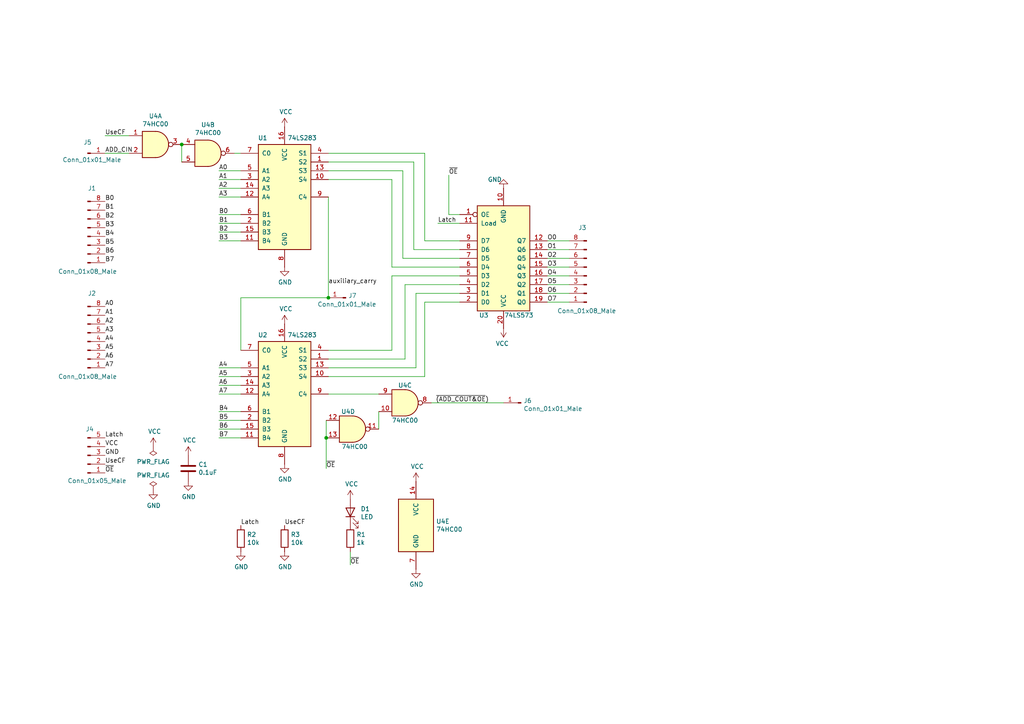
<source format=kicad_sch>
(kicad_sch (version 20250114) (generator "eeschema") (generator_version "9.0")
  (paper "A4")
  (lib_symbols
    (symbol "74xx:74HC00" (pin_names (offset 1.016))
      (property "Reference" "U" (at 0 1.27 0))
      (property "Value" "74HC00" (at 0 -1.27 0))
      (symbol "74HC00_1_1"
        (arc (start 0 3.81) (mid 3.7934 0) (end 0 -3.81) (stroke (width 0.254)) (fill (type background)))
        (polyline (pts (xy 0 3.81) (xy -3.81 3.81) (xy -3.81 -3.81) (xy 0 -3.81)) (stroke (width 0.254)) (fill (type background)))
        (pin input line (at -7.62 2.54 0) (length 3.81) (name "~") (number "1"))
        (pin input line (at -7.62 -2.54 0) (length 3.81) (name "~") (number "2"))
        (pin output inverted (at 7.62 0 180) (length 3.81) (name "~") (number "3"))
      )
      (symbol "74HC00_1_2"
        (arc (start -3.81 3.81) (mid -2.589 0) (end -3.81 -3.81) (stroke (width 0.254)))
        (polyline (pts (xy -3.81 3.81) (xy -0.635 3.81)) (stroke (width 0.254)) (fill (type background)))
        (polyline (pts (xy -3.81 -3.81) (xy -0.635 -3.81)) (stroke (width 0.254)) (fill (type background)))
        (arc (start 3.81 0) (mid 2.1855 -2.584) (end -0.6096 -3.81) (stroke (width 0.254)) (fill (type background)))
        (arc (start -0.6096 3.81) (mid 2.1928 2.5924) (end 3.81 0) (stroke (width 0.254)) (fill (type background)))
        (polyline (pts (xy -0.635 3.81) (xy -3.81 3.81) (xy -3.81 3.81) (xy -3.556 3.4036) (xy -3.0226 2.2606) (xy -2.6924 1.0414) (xy -2.6162 -0.254) (xy -2.7686 -1.4986) (xy -3.175 -2.7178) (xy -3.81 -3.81) (xy -3.81 -3.81) (xy -0.635 -3.81)) (stroke (width -25.4)) (fill (type background)))
        (pin input inverted (at -7.62 2.54 0) (length 4.318) (name "~") (number "1"))
        (pin input inverted (at -7.62 -2.54 0) (length 4.318) (name "~") (number "2"))
        (pin output line (at 7.62 0 180) (length 3.81) (name "~") (number "3"))
      )
      (symbol "74HC00_2_1"
        (arc (start 0 3.81) (mid 3.7934 0) (end 0 -3.81) (stroke (width 0.254)) (fill (type background)))
        (polyline (pts (xy 0 3.81) (xy -3.81 3.81) (xy -3.81 -3.81) (xy 0 -3.81)) (stroke (width 0.254)) (fill (type background)))
        (pin input line (at -7.62 2.54 0) (length 3.81) (name "~") (number "4"))
        (pin input line (at -7.62 -2.54 0) (length 3.81) (name "~") (number "5"))
        (pin output inverted (at 7.62 0 180) (length 3.81) (name "~") (number "6"))
      )
      (symbol "74HC00_2_2"
        (arc (start -3.81 3.81) (mid -2.589 0) (end -3.81 -3.81) (stroke (width 0.254)))
        (polyline (pts (xy -3.81 3.81) (xy -0.635 3.81)) (stroke (width 0.254)) (fill (type background)))
        (polyline (pts (xy -3.81 -3.81) (xy -0.635 -3.81)) (stroke (width 0.254)) (fill (type background)))
        (arc (start 3.81 0) (mid 2.1855 -2.584) (end -0.6096 -3.81) (stroke (width 0.254)) (fill (type background)))
        (arc (start -0.6096 3.81) (mid 2.1928 2.5924) (end 3.81 0) (stroke (width 0.254)) (fill (type background)))
        (polyline (pts (xy -0.635 3.81) (xy -3.81 3.81) (xy -3.81 3.81) (xy -3.556 3.4036) (xy -3.0226 2.2606) (xy -2.6924 1.0414) (xy -2.6162 -0.254) (xy -2.7686 -1.4986) (xy -3.175 -2.7178) (xy -3.81 -3.81) (xy -3.81 -3.81) (xy -0.635 -3.81)) (stroke (width -25.4)) (fill (type background)))
        (pin input inverted (at -7.62 2.54 0) (length 4.318) (name "~") (number "4"))
        (pin input inverted (at -7.62 -2.54 0) (length 4.318) (name "~") (number "5"))
        (pin output line (at 7.62 0 180) (length 3.81) (name "~") (number "6"))
      )
      (symbol "74HC00_3_1"
        (arc (start 0 3.81) (mid 3.7934 0) (end 0 -3.81) (stroke (width 0.254)) (fill (type background)))
        (polyline (pts (xy 0 3.81) (xy -3.81 3.81) (xy -3.81 -3.81) (xy 0 -3.81)) (stroke (width 0.254)) (fill (type background)))
        (pin input line (at -7.62 2.54 0) (length 3.81) (name "~") (number "9"))
        (pin input line (at -7.62 -2.54 0) (length 3.81) (name "~") (number "10"))
        (pin output inverted (at 7.62 0 180) (length 3.81) (name "~") (number "8"))
      )
      (symbol "74HC00_3_2"
        (arc (start -3.81 3.81) (mid -2.589 0) (end -3.81 -3.81) (stroke (width 0.254)))
        (polyline (pts (xy -3.81 3.81) (xy -0.635 3.81)) (stroke (width 0.254)) (fill (type background)))
        (polyline (pts (xy -3.81 -3.81) (xy -0.635 -3.81)) (stroke (width 0.254)) (fill (type background)))
        (arc (start 3.81 0) (mid 2.1855 -2.584) (end -0.6096 -3.81) (stroke (width 0.254)) (fill (type background)))
        (arc (start -0.6096 3.81) (mid 2.1928 2.5924) (end 3.81 0) (stroke (width 0.254)) (fill (type background)))
        (polyline (pts (xy -0.635 3.81) (xy -3.81 3.81) (xy -3.81 3.81) (xy -3.556 3.4036) (xy -3.0226 2.2606) (xy -2.6924 1.0414) (xy -2.6162 -0.254) (xy -2.7686 -1.4986) (xy -3.175 -2.7178) (xy -3.81 -3.81) (xy -3.81 -3.81) (xy -0.635 -3.81)) (stroke (width -25.4)) (fill (type background)))
        (pin input inverted (at -7.62 2.54 0) (length 4.318) (name "~") (number "9"))
        (pin input inverted (at -7.62 -2.54 0) (length 4.318) (name "~") (number "10"))
        (pin output line (at 7.62 0 180) (length 3.81) (name "~") (number "8"))
      )
      (symbol "74HC00_4_1"
        (arc (start 0 3.81) (mid 3.7934 0) (end 0 -3.81) (stroke (width 0.254)) (fill (type background)))
        (polyline (pts (xy 0 3.81) (xy -3.81 3.81) (xy -3.81 -3.81) (xy 0 -3.81)) (stroke (width 0.254)) (fill (type background)))
        (pin input line (at -7.62 2.54 0) (length 3.81) (name "~") (number "12"))
        (pin input line (at -7.62 -2.54 0) (length 3.81) (name "~") (number "13"))
        (pin output inverted (at 7.62 0 180) (length 3.81) (name "~") (number "11"))
      )
      (symbol "74HC00_4_2"
        (arc (start -3.81 3.81) (mid -2.589 0) (end -3.81 -3.81) (stroke (width 0.254)))
        (polyline (pts (xy -3.81 3.81) (xy -0.635 3.81)) (stroke (width 0.254)) (fill (type background)))
        (polyline (pts (xy -3.81 -3.81) (xy -0.635 -3.81)) (stroke (width 0.254)) (fill (type background)))
        (arc (start 3.81 0) (mid 2.1855 -2.584) (end -0.6096 -3.81) (stroke (width 0.254)) (fill (type background)))
        (arc (start -0.6096 3.81) (mid 2.1928 2.5924) (end 3.81 0) (stroke (width 0.254)) (fill (type background)))
        (polyline (pts (xy -0.635 3.81) (xy -3.81 3.81) (xy -3.81 3.81) (xy -3.556 3.4036) (xy -3.0226 2.2606) (xy -2.6924 1.0414) (xy -2.6162 -0.254) (xy -2.7686 -1.4986) (xy -3.175 -2.7178) (xy -3.81 -3.81) (xy -3.81 -3.81) (xy -0.635 -3.81)) (stroke (width -25.4)) (fill (type background)))
        (pin input inverted (at -7.62 2.54 0) (length 4.318) (name "~") (number "12"))
        (pin input inverted (at -7.62 -2.54 0) (length 4.318) (name "~") (number "13"))
        (pin output line (at 7.62 0 180) (length 3.81) (name "~") (number "11"))
      )
      (symbol "74HC00_5_0"
        (pin power_in line (at 0 12.7 270) (length 5.08) (name "VCC") (number "14"))
        (pin power_in line (at 0 -12.7 90) (length 5.08) (name "GND") (number "7"))
      )
      (symbol "74HC00_5_1"
        (rectangle (start -5.08 7.62) (end 5.08 -7.62) (stroke (width 0.254)) (fill (type background)))
      )
    )
    (symbol "74xx:74LS283" (pin_names (offset 1.016))
      (property "Reference" "U" (at -7.62 16.51 0))
      (property "Value" "74LS283" (at -7.62 -16.51 0))
      (symbol "74LS283_1_0"
        (pin input line (at -12.7 12.7 0) (length 5.08) (name "C0") (number "7"))
        (pin input line (at -12.7 7.62 0) (length 5.08) (name "A1") (number "5"))
        (pin input line (at -12.7 5.08 0) (length 5.08) (name "A2") (number "3"))
        (pin input line (at -12.7 2.54 0) (length 5.08) (name "A3") (number "14"))
        (pin input line (at -12.7 0 0) (length 5.08) (name "A4") (number "12"))
        (pin input line (at -12.7 -5.08 0) (length 5.08) (name "B1") (number "6"))
        (pin input line (at -12.7 -7.62 0) (length 5.08) (name "B2") (number "2"))
        (pin input line (at -12.7 -10.16 0) (length 5.08) (name "B3") (number "15"))
        (pin input line (at -12.7 -12.7 0) (length 5.08) (name "B4") (number "11"))
        (pin power_in line (at 0 20.32 270) (length 5.08) (name "VCC") (number "16"))
        (pin power_in line (at 0 -20.32 90) (length 5.08) (name "GND") (number "8"))
        (pin output line (at 12.7 12.7 180) (length 5.08) (name "S1") (number "4"))
        (pin output line (at 12.7 10.16 180) (length 5.08) (name "S2") (number "1"))
        (pin output line (at 12.7 7.62 180) (length 5.08) (name "S3") (number "13"))
        (pin output line (at 12.7 5.08 180) (length 5.08) (name "S4") (number "10"))
        (pin output line (at 12.7 0 180) (length 5.08) (name "C4") (number "9"))
      )
      (symbol "74LS283_1_1"
        (rectangle (start -7.62 15.24) (end 7.62 -15.24) (stroke (width 0.254)) (fill (type background)))
      )
    )
    (symbol "74xx:74LS573" (pin_names (offset 1.016))
      (property "Reference" "U" (at -7.62 16.51 0))
      (property "Value" "74LS573" (at -7.62 -16.51 0))
      (symbol "74LS573_1_0"
        (pin input line (at -12.7 12.7 0) (length 5.08) (name "D0") (number "2"))
        (pin input line (at -12.7 10.16 0) (length 5.08) (name "D1") (number "3"))
        (pin input line (at -12.7 7.62 0) (length 5.08) (name "D2") (number "4"))
        (pin input line (at -12.7 5.08 0) (length 5.08) (name "D3") (number "5"))
        (pin input line (at -12.7 2.54 0) (length 5.08) (name "D4") (number "6"))
        (pin input line (at -12.7 0 0) (length 5.08) (name "D5") (number "7"))
        (pin input line (at -12.7 -2.54 0) (length 5.08) (name "D6") (number "8"))
        (pin input line (at -12.7 -5.08 0) (length 5.08) (name "D7") (number "9"))
        (pin input line (at -12.7 -10.16 0) (length 5.08) (name "Load") (number "11"))
        (pin input inverted (at -12.7 -12.7 0) (length 5.08) (name "OE") (number "1"))
        (pin power_in line (at 0 20.32 270) (length 5.08) (name "VCC") (number "20"))
        (pin power_in line (at 0 -20.32 90) (length 5.08) (name "GND") (number "10"))
        (pin tri_state line (at 12.7 12.7 180) (length 5.08) (name "Q0") (number "19"))
        (pin tri_state line (at 12.7 10.16 180) (length 5.08) (name "Q1") (number "18"))
        (pin tri_state line (at 12.7 7.62 180) (length 5.08) (name "Q2") (number "17"))
        (pin tri_state line (at 12.7 5.08 180) (length 5.08) (name "Q3") (number "16"))
        (pin tri_state line (at 12.7 2.54 180) (length 5.08) (name "Q4") (number "15"))
        (pin tri_state line (at 12.7 0 180) (length 5.08) (name "Q5") (number "14"))
        (pin tri_state line (at 12.7 -2.54 180) (length 5.08) (name "Q6") (number "13"))
        (pin tri_state line (at 12.7 -5.08 180) (length 5.08) (name "Q7") (number "12"))
      )
      (symbol "74LS573_1_1"
        (rectangle (start -7.62 15.24) (end 7.62 -15.24) (stroke (width 0.254)) (fill (type background)))
      )
    )
    (symbol "Connector:Conn_01x01_Male" (pin_names (offset 1.016) (hide yes))
      (property "Reference" "J" (at 0 2.54 0))
      (property "Value" "Connector_Conn_01x01_Male" (at 0 -2.54 0))
      (symbol "Conn_01x01_Male_1_1"
        (rectangle (start 0.8636 0.127) (end 0 -0.127) (stroke (width 0.1524)) (fill (type outline)))
        (polyline (pts (xy 1.27 0) (xy 0.8636 0)) (stroke (width 0.1524)))
        (pin passive line (at 5.08 0 180) (length 3.81) (name "Pin_1") (number "1"))
      )
    )
    (symbol "Connector:Conn_01x05_Male" (pin_names (offset 1.016) (hide yes))
      (property "Reference" "J" (at 0 7.62 0))
      (property "Value" "Connector_Conn_01x05_Male" (at 0 -7.62 0))
      (symbol "Conn_01x05_Male_1_1"
        (rectangle (start 0.8636 5.207) (end 0 4.953) (stroke (width 0.1524)) (fill (type outline)))
        (rectangle (start 0.8636 2.667) (end 0 2.413) (stroke (width 0.1524)) (fill (type outline)))
        (rectangle (start 0.8636 0.127) (end 0 -0.127) (stroke (width 0.1524)) (fill (type outline)))
        (rectangle (start 0.8636 -2.413) (end 0 -2.667) (stroke (width 0.1524)) (fill (type outline)))
        (rectangle (start 0.8636 -4.953) (end 0 -5.207) (stroke (width 0.1524)) (fill (type outline)))
        (polyline (pts (xy 1.27 5.08) (xy 0.8636 5.08)) (stroke (width 0.1524)))
        (polyline (pts (xy 1.27 2.54) (xy 0.8636 2.54)) (stroke (width 0.1524)))
        (polyline (pts (xy 1.27 0) (xy 0.8636 0)) (stroke (width 0.1524)))
        (polyline (pts (xy 1.27 -2.54) (xy 0.8636 -2.54)) (stroke (width 0.1524)))
        (polyline (pts (xy 1.27 -5.08) (xy 0.8636 -5.08)) (stroke (width 0.1524)))
        (pin passive line (at 5.08 5.08 180) (length 3.81) (name "Pin_1") (number "1"))
        (pin passive line (at 5.08 2.54 180) (length 3.81) (name "Pin_2") (number "2"))
        (pin passive line (at 5.08 0 180) (length 3.81) (name "Pin_3") (number "3"))
        (pin passive line (at 5.08 -2.54 180) (length 3.81) (name "Pin_4") (number "4"))
        (pin passive line (at 5.08 -5.08 180) (length 3.81) (name "Pin_5") (number "5"))
      )
    )
    (symbol "Connector:Conn_01x08_Male" (pin_names (offset 1.016) (hide yes))
      (property "Reference" "J" (at 0 10.16 0))
      (property "Value" "Connector_Conn_01x08_Male" (at 0 -12.7 0))
      (symbol "Conn_01x08_Male_1_1"
        (rectangle (start 0.8636 7.747) (end 0 7.493) (stroke (width 0.1524)) (fill (type outline)))
        (rectangle (start 0.8636 5.207) (end 0 4.953) (stroke (width 0.1524)) (fill (type outline)))
        (rectangle (start 0.8636 2.667) (end 0 2.413) (stroke (width 0.1524)) (fill (type outline)))
        (rectangle (start 0.8636 0.127) (end 0 -0.127) (stroke (width 0.1524)) (fill (type outline)))
        (rectangle (start 0.8636 -2.413) (end 0 -2.667) (stroke (width 0.1524)) (fill (type outline)))
        (rectangle (start 0.8636 -4.953) (end 0 -5.207) (stroke (width 0.1524)) (fill (type outline)))
        (rectangle (start 0.8636 -7.493) (end 0 -7.747) (stroke (width 0.1524)) (fill (type outline)))
        (rectangle (start 0.8636 -10.033) (end 0 -10.287) (stroke (width 0.1524)) (fill (type outline)))
        (polyline (pts (xy 1.27 7.62) (xy 0.8636 7.62)) (stroke (width 0.1524)))
        (polyline (pts (xy 1.27 5.08) (xy 0.8636 5.08)) (stroke (width 0.1524)))
        (polyline (pts (xy 1.27 2.54) (xy 0.8636 2.54)) (stroke (width 0.1524)))
        (polyline (pts (xy 1.27 0) (xy 0.8636 0)) (stroke (width 0.1524)))
        (polyline (pts (xy 1.27 -2.54) (xy 0.8636 -2.54)) (stroke (width 0.1524)))
        (polyline (pts (xy 1.27 -5.08) (xy 0.8636 -5.08)) (stroke (width 0.1524)))
        (polyline (pts (xy 1.27 -7.62) (xy 0.8636 -7.62)) (stroke (width 0.1524)))
        (polyline (pts (xy 1.27 -10.16) (xy 0.8636 -10.16)) (stroke (width 0.1524)))
        (pin passive line (at 5.08 7.62 180) (length 3.81) (name "Pin_1") (number "1"))
        (pin passive line (at 5.08 5.08 180) (length 3.81) (name "Pin_2") (number "2"))
        (pin passive line (at 5.08 2.54 180) (length 3.81) (name "Pin_3") (number "3"))
        (pin passive line (at 5.08 0 180) (length 3.81) (name "Pin_4") (number "4"))
        (pin passive line (at 5.08 -2.54 180) (length 3.81) (name "Pin_5") (number "5"))
        (pin passive line (at 5.08 -5.08 180) (length 3.81) (name "Pin_6") (number "6"))
        (pin passive line (at 5.08 -7.62 180) (length 3.81) (name "Pin_7") (number "7"))
        (pin passive line (at 5.08 -10.16 180) (length 3.81) (name "Pin_8") (number "8"))
      )
    )
    (symbol "Device:C" (pin_numbers (hide yes)) (pin_names (offset 0.254))
      (property "Reference" "C" (at 0.635 2.54 0))
      (property "Value" "C" (at 0.635 -2.54 0))
      (symbol "C_0_1"
        (polyline (pts (xy -2.032 0.762) (xy 2.032 0.762)) (stroke (width 0.508)))
        (polyline (pts (xy -2.032 -0.762) (xy 2.032 -0.762)) (stroke (width 0.508)))
      )
      (symbol "C_1_1"
        (pin passive line (at 0 3.81 270) (length 2.794) (name "~") (number "1"))
        (pin passive line (at 0 -3.81 90) (length 2.794) (name "~") (number "2"))
      )
    )
    (symbol "Device:LED" (pin_numbers (hide yes)) (pin_names (offset 1.016) (hide yes))
      (property "Reference" "D" (at 0 2.54 0))
      (property "Value" "LED" (at 0 -2.54 0))
      (symbol "LED_0_1"
        (polyline (pts (xy -3.048 -0.762) (xy -4.572 -2.286) (xy -3.81 -2.286) (xy -4.572 -2.286) (xy -4.572 -1.524)))
        (polyline (pts (xy -1.778 -0.762) (xy -3.302 -2.286) (xy -2.54 -2.286) (xy -3.302 -2.286) (xy -3.302 -1.524)))
        (polyline (pts (xy -1.27 0) (xy 1.27 0)))
        (polyline (pts (xy -1.27 -1.27) (xy -1.27 1.27)) (stroke (width 0.254)))
        (polyline (pts (xy 1.27 -1.27) (xy 1.27 1.27) (xy -1.27 0) (xy 1.27 -1.27)) (stroke (width 0.254)))
      )
      (symbol "LED_1_1"
        (pin passive line (at -3.81 0 0) (length 2.54) (name "K") (number "1"))
        (pin passive line (at 3.81 0 180) (length 2.54) (name "A") (number "2"))
      )
    )
    (symbol "Device:R" (pin_numbers (hide yes)) (pin_names (offset 0))
      (property "Reference" "R" (at 2.032 0 90))
      (property "Value" "R" (at 0 0 90))
      (symbol "R_0_1"
        (rectangle (start -1.016 -2.54) (end 1.016 2.54) (stroke (width 0.254)))
      )
      (symbol "R_1_1"
        (pin passive line (at 0 3.81 270) (length 1.27) (name "~") (number "1"))
        (pin passive line (at 0 -3.81 90) (length 1.27) (name "~") (number "2"))
      )
    )
    (symbol "power:GND" (power) (pin_numbers (hide yes)) (pin_names (offset 0) (hide yes))
      (property "Value" "GND" (at 0 -3.81 0))
      (symbol "GND_0_1"
        (polyline (pts (xy 0 0) (xy 0 -1.27) (xy 1.27 -1.27) (xy 0 -2.54) (xy -1.27 -1.27) (xy 0 -1.27)))
      )
      (symbol "GND_1_1"
        (pin power_in line (at 0 0 270) (length 0) (name "~") (number "1"))
      )
    )
    (symbol "power:PWR_FLAG" (power) (pin_numbers (hide yes)) (pin_names (offset 0) (hide yes))
      (property "Value" "PWR_FLAG" (at 0 3.81 0))
      (symbol "PWR_FLAG_0_0"
        (pin power_out line (at 0 0 90) (length 0) (name "~") (number "1"))
      )
      (symbol "PWR_FLAG_0_1"
        (polyline (pts (xy 0 0) (xy 0 1.27) (xy -1.016 1.905) (xy 0 2.54) (xy 1.016 1.905) (xy 0 1.27)))
      )
    )
    (symbol "power:VCC" (power) (pin_numbers (hide yes)) (pin_names (offset 0) (hide yes))
      (property "Value" "VCC" (at 0 3.556 0))
      (symbol "VCC_0_1"
        (polyline (pts (xy -0.762 1.27) (xy 0 2.54)))
        (polyline (pts (xy 0 2.54) (xy 0.762 1.27)))
        (polyline (pts (xy 0 0) (xy 0 2.54)))
      )
      (symbol "VCC_1_1"
        (pin power_in line (at 0 0 90) (length 0) (name "~") (number "1"))
      )
    )
  )
  (junction (at 52.705 41.91))
  (junction (at 94.615 127))
  (junction (at 95.25 86.36))
  (wire (pts (xy 95.25 52.07) (xy 113.665 52.07)))
  (wire (pts (xy 116.84 74.93) (xy 133.35 74.93)))
  (wire (pts (xy 95.25 104.14) (xy 117.475 104.14)))
  (wire (pts (xy 158.75 69.85) (xy 165.1 69.85)))
  (wire (pts (xy 120.015 46.99) (xy 120.015 72.39)))
  (wire (pts (xy 123.19 109.22) (xy 123.19 87.63)))
  (wire (pts (xy 113.665 77.47) (xy 133.35 77.47)))
  (wire (pts (xy 30.48 39.37) (xy 37.465 39.37)))
  (wire (pts (xy 69.85 86.36) (xy 69.85 101.6)))
  (wire (pts (xy 158.75 85.09) (xy 165.1 85.09)))
  (wire (pts (xy 63.5 121.92) (xy 69.85 121.92)))
  (wire (pts (xy 158.75 72.39) (xy 165.1 72.39)))
  (wire (pts (xy 63.5 111.76) (xy 69.85 111.76)))
  (wire (pts (xy 116.84 49.53) (xy 116.84 74.93)))
  (wire (pts (xy 158.75 74.93) (xy 165.1 74.93)))
  (wire (pts (xy 95.25 44.45) (xy 123.19 44.45)))
  (wire (pts (xy 158.75 77.47) (xy 165.1 77.47)))
  (wire (pts (xy 117.475 82.55) (xy 133.35 82.55)))
  (wire (pts (xy 158.75 82.55) (xy 165.1 82.55)))
  (wire (pts (xy 123.19 44.45) (xy 123.19 69.85)))
  (wire (pts (xy 120.015 72.39) (xy 133.35 72.39)))
  (wire (pts (xy 63.5 62.23) (xy 69.85 62.23)))
  (wire (pts (xy 130.175 62.23) (xy 133.35 62.23)))
  (wire (pts (xy 63.5 119.38) (xy 69.85 119.38)))
  (wire (pts (xy 63.5 106.68) (xy 69.85 106.68)))
  (wire (pts (xy 127 64.77) (xy 133.35 64.77)))
  (wire (pts (xy 109.855 119.38) (xy 109.855 124.46)))
  (wire (pts (xy 158.75 87.63) (xy 165.1 87.63)))
  (wire (pts (xy 67.945 44.45) (xy 69.85 44.45)))
  (wire (pts (xy 123.19 69.85) (xy 133.35 69.85)))
  (wire (pts (xy 95.25 101.6) (xy 113.665 101.6)))
  (wire (pts (xy 113.665 80.01) (xy 133.35 80.01)))
  (wire (pts (xy 101.6 160.02) (xy 101.6 163.83)))
  (wire (pts (xy 94.615 121.92) (xy 94.615 127)))
  (wire (pts (xy 63.5 54.61) (xy 69.85 54.61)))
  (wire (pts (xy 63.5 69.85) (xy 69.85 69.85)))
  (wire (pts (xy 120.65 85.09) (xy 133.35 85.09)))
  (wire (pts (xy 63.5 109.22) (xy 69.85 109.22)))
  (wire (pts (xy 95.25 49.53) (xy 116.84 49.53)))
  (wire (pts (xy 95.25 109.22) (xy 123.19 109.22)))
  (wire (pts (xy 120.65 106.68) (xy 120.65 85.09)))
  (wire (pts (xy 113.665 52.07) (xy 113.665 77.47)))
  (wire (pts (xy 117.475 104.14) (xy 117.475 82.55)))
  (wire (pts (xy 113.665 101.6) (xy 113.665 80.01)))
  (wire (pts (xy 158.75 80.01) (xy 165.1 80.01)))
  (wire (pts (xy 63.5 114.3) (xy 69.85 114.3)))
  (wire (pts (xy 123.19 87.63) (xy 133.35 87.63)))
  (wire (pts (xy 95.25 114.3) (xy 109.855 114.3)))
  (wire (pts (xy 63.5 127) (xy 69.85 127)))
  (wire (pts (xy 63.5 49.53) (xy 69.85 49.53)))
  (wire (pts (xy 30.48 44.45) (xy 37.465 44.45)))
  (wire (pts (xy 95.25 57.15) (xy 95.25 86.36)))
  (wire (pts (xy 94.615 127) (xy 94.615 135.89)))
  (wire (pts (xy 95.25 46.99) (xy 120.015 46.99)))
  (wire (pts (xy 52.705 46.99) (xy 52.705 41.91)))
  (wire (pts (xy 63.5 124.46) (xy 69.85 124.46)))
  (wire (pts (xy 63.5 67.31) (xy 69.85 67.31)))
  (wire (pts (xy 63.5 64.77) (xy 69.85 64.77)))
  (wire (pts (xy 130.175 50.8) (xy 130.175 62.23)))
  (wire (pts (xy 95.25 106.68) (xy 120.65 106.68)))
  (wire (pts (xy 125.095 116.84) (xy 146.05 116.84)))
  (wire (pts (xy 63.5 52.07) (xy 69.85 52.07)))
  (wire (pts (xy 63.5 57.15) (xy 69.85 57.15)))
  (wire (pts (xy 95.25 86.36) (xy 69.85 86.36)))
  (label "B4" (at 30.48 68.58 0))
  (label "~{OE}" (at 101.6 163.83 0))
  (label "~{OE}" (at 94.615 135.89 0))
  (label "B6" (at 63.5 124.46 0))
  (label "A2" (at 30.48 93.98 0))
  (label "VCC" (at 30.48 129.54 0))
  (label "UseCF" (at 30.48 39.37 0))
  (label "A1" (at 30.48 91.44 0))
  (label "A4" (at 30.48 99.06 0))
  (label "O0" (at 158.75 69.85 0))
  (label "B7" (at 63.5 127 0))
  (label "B0" (at 63.5 62.23 0))
  (label "B4" (at 63.5 119.38 0))
  (label "B1" (at 30.48 60.96 0))
  (label "B5" (at 63.5 121.92 0))
  (label "Latch" (at 30.48 127 0))
  (label "Latch" (at 69.85 152.4 0))
  (label "O7" (at 158.75 87.63 0))
  (label "A7" (at 63.5 114.3 0))
  (label "A3" (at 63.5 57.15 0))
  (label "A0" (at 63.5 49.53 0))
  (label "B2" (at 30.48 63.5 0))
  (label "auxiliary_carry" (at 95.25 82.55 0))
  (label "GND" (at 30.48 132.08 0))
  (label "~{(ADD_COUT&OE})" (at 126.365 116.84 0))
  (label "UseCF" (at 82.55 152.4 0))
  (label "B6" (at 30.48 73.66 0))
  (label "B2" (at 63.5 67.31 0))
  (label "O6" (at 158.75 85.09 0))
  (label "Latch" (at 127 64.77 0))
  (label "A6" (at 63.5 111.76 0))
  (label "B5" (at 30.48 71.12 0))
  (label "O5" (at 158.75 82.55 0))
  (label "UseCF" (at 30.48 134.62 0))
  (label "ADD_CIN" (at 30.48 44.45 0))
  (label "B0" (at 30.48 58.42 0))
  (label "A5" (at 30.48 101.6 0))
  (label "O1" (at 158.75 72.39 0))
  (label "B3" (at 63.5 69.85 0))
  (label "A6" (at 30.48 104.14 0))
  (label "A4" (at 63.5 106.68 0))
  (label "A7" (at 30.48 106.68 0))
  (label "A2" (at 63.5 54.61 0))
  (label "O4" (at 158.75 80.01 0))
  (label "~{OE}" (at 30.48 137.16 0))
  (label "B1" (at 63.5 64.77 0))
  (label "B3" (at 30.48 66.04 0))
  (label "A1" (at 63.5 52.07 0))
  (label "B7" (at 30.48 76.2 0))
  (label "~{OE}" (at 130.175 50.8 0))
  (label "O2" (at 158.75 74.93 0))
  (label "A3" (at 30.48 96.52 0))
  (label "A0" (at 30.48 88.9 0))
  (label "A5" (at 63.5 109.22 0))
  (label "O3" (at 158.75 77.47 0))
  (symbol (lib_id "74xx:74LS283") (at 82.55 57.15 0) (unit 1)
    (property "Reference" "U1" (at 76.2 40.005 0))
    (property "Value" "74LS283" (at 87.63 40.005 0))
    (property "Footprint" "Package_DIP:DIP-16_W7.62mm" (effects (hide yes)))
    (property "Datasheet" "http://www.ti.com/lit/gpn/sn74LS283" (effects (hide yes)))
  )
  (symbol (lib_id "74xx:74LS283") (at 82.55 114.3 0) (unit 1)
    (property "Reference" "U2" (at 76.2 97.155 0))
    (property "Value" "74LS283" (at 87.63 97.155 0))
    (property "Footprint" "Package_DIP:DIP-16_W7.62mm" (effects (hide yes)))
    (property "Datasheet" "http://www.ti.com/lit/gpn/sn74LS283" (effects (hide yes)))
  )
  (symbol (lib_id "Connector:Conn_01x08_Male") (at 25.4 68.58 0) (mirror x) (unit 1)
    (property "Reference" "J1" (at 26.67 54.61 0))
    (property "Value" "Conn_01x08_Male" (at 25.4 78.74 0))
    (property "Footprint" "Connector_PinHeader_2.54mm:PinHeader_1x08_P2.54mm_Horizontal" (effects (hide yes)))
  )
  (symbol (lib_id "Connector:Conn_01x08_Male") (at 170.18 80.01 180) (unit 1)
    (property "Reference" "J3" (at 168.91 66.04 0))
    (property "Value" "Conn_01x08_Male" (at 170.18 90.17 0))
    (property "Footprint" "Connector_PinHeader_2.54mm:PinHeader_1x08_P2.54mm_Horizontal" (effects (hide yes)))
  )
  (symbol (lib_id "Connector:Conn_01x08_Male") (at 25.4 99.06 0) (mirror x) (unit 1)
    (property "Reference" "J2" (at 26.67 85.09 0))
    (property "Value" "Conn_01x08_Male" (at 25.4 109.22 0))
    (property "Footprint" "Connector_PinHeader_2.54mm:PinHeader_1x08_P2.54mm_Horizontal" (effects (hide yes)))
  )
  (symbol (lib_id "74xx:74LS573") (at 146.05 74.93 0) (mirror x) (unit 1)
    (property "Reference" "U3" (at 140.335 91.44 0))
    (property "Value" "74LS573" (at 150.495 91.44 0))
    (property "Footprint" "Package_DIP:DIP-20_W7.62mm" (effects (hide yes)))
    (property "Datasheet" "74xx/74hc573.pdf" (effects (hide yes)))
  )
  (symbol (lib_id "Connector:Conn_01x05_Male") (at 25.4 132.08 0) (mirror x) (unit 1)
    (property "Reference" "J4" (at 26.035 124.46 0))
    (property "Value" "Conn_01x05_Male" (at 28.1432 139.446 0))
    (property "Footprint" "Connector_PinHeader_2.54mm:PinHeader_1x05_P2.54mm_Horizontal" (effects (hide yes)))
  )
  (symbol (lib_id "power:GND") (at 82.55 134.62 0) (unit 1)
    (property "Reference" "#PWR0101" (effects (hide yes)))
    (property "Value" "GND" (at 82.677 139.0142 0))
  )
  (symbol (lib_id "power:VCC") (at 82.55 93.98 0) (unit 1)
    (property "Reference" "#PWR0102" (effects (hide yes)))
    (property "Value" "VCC" (at 82.931 89.5858 0))
  )
  (symbol (lib_id "Connector:Conn_01x01_Male") (at 25.4 44.45 0) (unit 1)
    (property "Reference" "J5" (at 25.4 41.275 0))
    (property "Value" "Conn_01x01_Male" (at 26.67 46.355 0))
    (property "Footprint" "Connector_PinHeader_2.54mm:PinHeader_1x01_P2.54mm_Vertical" (effects (hide yes)))
  )
  (symbol (lib_id "Connector:Conn_01x01_Male") (at 151.13 116.84 0) (mirror y) (unit 1)
    (property "Reference" "J6" (at 151.8412 116.2304 0) (effects (justify right)))
    (property "Value" "Conn_01x01_Male" (at 151.8412 118.5418 0) (effects (justify right)))
    (property "Footprint" "Connector_PinHeader_2.54mm:PinHeader_1x01_P2.54mm_Vertical" (effects (hide yes)))
  )
  (symbol (lib_id "power:GND") (at 146.05 54.61 180) (unit 1)
    (property "Reference" "#PWR04" (effects (hide yes)))
    (property "Value" "GND" (at 143.51 52.07 0))
  )
  (symbol (lib_id "power:GND") (at 82.55 77.47 0) (unit 1)
    (property "Reference" "#PWR03" (effects (hide yes)))
    (property "Value" "GND" (at 82.677 81.8642 0))
  )
  (symbol (lib_id "power:VCC") (at 82.55 36.83 0) (unit 1)
    (property "Reference" "#PWR01" (effects (hide yes)))
    (property "Value" "VCC" (at 82.931 32.4358 0))
  )
  (symbol (lib_id "power:VCC") (at 146.05 95.25 180) (unit 1)
    (property "Reference" "#PWR02" (effects (hide yes)))
    (property "Value" "VCC" (at 145.669 99.6442 0))
  )
  (symbol (lib_id "power:VCC") (at 44.45 129.54 0) (unit 1)
    (property "Reference" "#PWR0103" (effects (hide yes)))
    (property "Value" "VCC" (at 44.831 125.1458 0))
  )
  (symbol (lib_id "power:GND") (at 44.45 142.24 0) (unit 1)
    (property "Reference" "#PWR0104" (effects (hide yes)))
    (property "Value" "GND" (at 44.577 146.6342 0))
  )
  (symbol (lib_id "power:PWR_FLAG") (at 44.45 142.24 0) (unit 1)
    (property "Reference" "#FLG0101" (effects (hide yes)))
    (property "Value" "PWR_FLAG" (at 44.45 137.8458 0))
  )
  (symbol (lib_id "power:PWR_FLAG") (at 44.45 129.54 180) (unit 1)
    (property "Reference" "#FLG0102" (effects (hide yes)))
    (property "Value" "PWR_FLAG" (at 44.45 133.9342 0))
  )
  (symbol (lib_id "Device:C") (at 54.61 135.89 0) (unit 1)
    (property "Reference" "C1" (at 57.531 134.7216 0) (effects (justify left)))
    (property "Value" "0.1uF" (at 57.531 137.033 0) (effects (justify left)))
    (property "Footprint" "Capacitor_SMD:C_0805_2012Metric_Pad1.18x1.45mm_HandSolder" (effects (hide yes)))
  )
  (symbol (lib_id "power:GND") (at 54.61 139.7 0) (unit 1)
    (property "Reference" "#PWR0105" (effects (hide yes)))
    (property "Value" "GND" (at 54.737 144.0942 0))
  )
  (symbol (lib_id "power:VCC") (at 54.61 132.08 0) (unit 1)
    (property "Reference" "#PWR0106" (effects (hide yes)))
    (property "Value" "VCC" (at 54.991 127.6858 0))
  )
  (symbol (lib_id "Device:R") (at 101.6 156.21 0) (unit 1)
    (property "Reference" "R1" (at 103.378 155.0416 0) (effects (justify left)))
    (property "Value" "1k" (at 103.378 157.353 0) (effects (justify left)))
    (property "Footprint" "Resistor_SMD:R_0805_2012Metric_Pad1.20x1.40mm_HandSolder" (effects (hide yes)))
  )
  (symbol (lib_id "Device:LED") (at 101.6 148.59 90) (unit 1)
    (property "Reference" "D1" (at 104.5972 147.5994 90) (effects (justify right)))
    (property "Value" "LED" (at 104.5972 149.9108 90) (effects (justify right)))
    (property "Footprint" "LED_SMD:LED_0805_2012Metric_Pad1.15x1.40mm_HandSolder" (effects (hide yes)))
  )
  (symbol (lib_id "power:VCC") (at 101.6 144.78 0) (unit 1)
    (property "Reference" "#PWR05" (effects (hide yes)))
    (property "Value" "VCC" (at 101.981 140.3858 0))
  )
  (symbol (lib_id "Device:R") (at 69.85 156.21 0) (unit 1)
    (property "Reference" "R2" (at 71.628 155.0416 0) (effects (justify left)))
    (property "Value" "10k" (at 71.628 157.353 0) (effects (justify left)))
    (property "Footprint" "Resistor_SMD:R_0805_2012Metric_Pad1.20x1.40mm_HandSolder" (effects (hide yes)))
  )
  (symbol (lib_id "Device:R") (at 82.55 156.21 0) (unit 1)
    (property "Reference" "R3" (at 84.328 155.0416 0) (effects (justify left)))
    (property "Value" "10k" (at 84.328 157.353 0) (effects (justify left)))
    (property "Footprint" "Resistor_SMD:R_0805_2012Metric_Pad1.20x1.40mm_HandSolder" (effects (hide yes)))
  )
  (symbol (lib_id "power:GND") (at 69.85 160.02 0) (unit 1)
    (property "Reference" "#PWR0107" (effects (hide yes)))
    (property "Value" "GND" (at 69.977 164.4142 0))
  )
  (symbol (lib_id "power:GND") (at 82.55 160.02 0) (unit 1)
    (property "Reference" "#PWR0108" (effects (hide yes)))
    (property "Value" "GND" (at 82.677 164.4142 0))
  )
  (symbol (lib_id "74xx:74HC00") (at 45.085 41.91 0) (unit 1)
    (property "Reference" "U4" (at 45.085 33.655 0))
    (property "Value" "74HC00" (at 45.085 35.9664 0))
    (property "Footprint" "Package_DIP:DIP-14_W7.62mm" (effects (hide yes)))
    (property "Datasheet" "http://www.ti.com/lit/gpn/sn74hc00" (effects (hide yes)))
  )
  (symbol (lib_id "74xx:74HC00") (at 60.325 44.45 0) (unit 2)
    (property "Reference" "U4" (at 60.325 36.195 0))
    (property "Value" "74HC00" (at 60.325 38.5064 0))
    (property "Footprint" "Package_DIP:DIP-14_W7.62mm" (effects (hide yes)))
    (property "Datasheet" "http://www.ti.com/lit/gpn/sn74hc00" (effects (hide yes)))
  )
  (symbol (lib_id "74xx:74HC00") (at 117.475 116.84 0) (unit 3)
    (property "Reference" "U4" (at 117.475 111.76 0))
    (property "Value" "74HC00" (at 117.475 121.92 0))
    (property "Footprint" "Package_DIP:DIP-14_W7.62mm" (effects (hide yes)))
    (property "Datasheet" "http://www.ti.com/lit/gpn/sn74hc00" (effects (hide yes)))
  )
  (symbol (lib_id "74xx:74HC00") (at 102.235 124.46 0) (unit 4)
    (property "Reference" "U4" (at 100.965 119.38 0))
    (property "Value" "74HC00" (at 102.87 129.54 0))
    (property "Footprint" "Package_DIP:DIP-14_W7.62mm" (effects (hide yes)))
    (property "Datasheet" "http://www.ti.com/lit/gpn/sn74hc00" (effects (hide yes)))
  )
  (symbol (lib_id "74xx:74HC00") (at 120.65 152.4 0) (unit 5)
    (property "Reference" "U4" (at 126.492 151.2316 0) (effects (justify left)))
    (property "Value" "74HC00" (at 126.492 153.543 0) (effects (justify left)))
    (property "Footprint" "Package_DIP:DIP-14_W7.62mm" (effects (hide yes)))
    (property "Datasheet" "http://www.ti.com/lit/gpn/sn74hc00" (effects (hide yes)))
  )
  (symbol (lib_id "power:VCC") (at 120.65 139.7 0) (unit 1)
    (property "Reference" "#PWR0109" (effects (hide yes)))
    (property "Value" "VCC" (at 121.031 135.3058 0))
  )
  (symbol (lib_id "power:GND") (at 120.65 165.1 0) (unit 1)
    (property "Reference" "#PWR0110" (effects (hide yes)))
    (property "Value" "GND" (at 120.777 169.4942 0))
  )
  (symbol (lib_id "Connector:Conn_01x01_Male") (at 100.33 86.36 0) (mirror y) (unit 1)
    (property "Reference" "J7" (at 101.0412 85.7504 0) (effects (justify right)))
    (property "Value" "Conn_01x01_Male" (at 92.075 88.265 0) (effects (justify right)))
    (property "Footprint" "Connector_PinHeader_2.54mm:PinHeader_1x01_P2.54mm_Vertical" (effects (hide yes)))
  )
)
</source>
